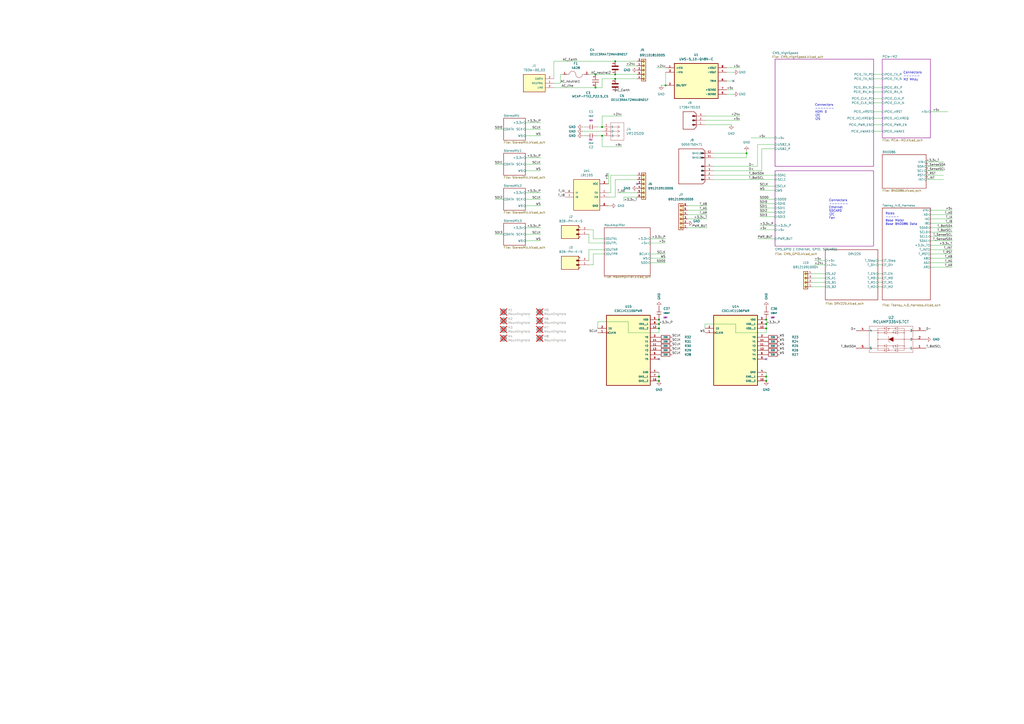
<source format=kicad_sch>
(kicad_sch (version 20250114) (generator "eeschema") (generator_version "9.0")
  (paper "A2")
  (title_block (title "N3-Base") (rev "1") (company "Maxwell Stoughton") (comment 1 "www.mtoughton.org"))
  (text "Connectors\n-------\nEthernet\nSDCARD\nI2C\nFan" (at 480.822 127.254 0) (effects (font (size 1.27 1.27)) (justify left bottom)))
  (text "Connectors\n------\nM2 MKey" (at 524.002 46.99 0) (effects (font (size 1.27 1.27)) (justify left bottom)))
  (text "Roles\n-----\nBase Motor\nBase BNO086 Data" (at 513.588 130.81 0) (effects (font (size 1.27 1.27)) (justify left bottom)))
  (text "Connectors\n-------\nHDMI 0\nI2C\nI2S" (at 472.694 69.85 0) (effects (font (size 1.27 1.27)) (justify left bottom)))
  (junction (at 345.44 43.18))
  (junction (at 356.87 43.18))
  (junction (at 382.27 185.42))
  (junction (at 382.27 187.96))
  (junction (at 382.27 220.98))
  (junction (at 382.27 190.5))
  (junction (at 382.27 218.44))
  (junction (at 444.5 190.5))
  (junction (at 444.5 220.98))
  (junction (at 356.87 45.72))
  (junction (at 444.5 218.44))
  (junction (at 349.25 73.66))
  (junction (at 433.07 88.9))
  (junction (at 386.08 49.53))
  (junction (at 356.87 35.56))
  (junction (at 444.5 185.42))
  (junction (at 444.5 187.96))
  (junction (at 349.25 78.74))
  (junction (at 345.44 50.8))
  (no_connect (at 382.27 208.28))
  (no_connect (at 425.45 46.99))
  (no_connect (at 369.57 106.68))
  (no_connect (at 444.5 208.28))
  (wire (pts (xy 408.94 72.39) (xy 424.18 72.39)))
  (wire (pts (xy 552.45 142.24) (xy 539.75 142.24)))
  (wire (pts (xy 341.63 43.18) (xy 345.44 43.18)))
  (wire (pts (xy 353.06 111.76) (xy 354.33 111.76)))
  (wire (pts (xy 429.26 39.37) (xy 421.64 39.37)))
  (wire (pts (xy 552.45 127) (xy 539.75 127)))
  (wire (pts (xy 444.5 215.9) (xy 444.5 218.44)))
  (wire (pts (xy 506.73 53.34) (xy 511.81 53.34)))
  (wire (pts (xy 369.57 101.6) (xy 354.33 101.6)))
  (wire (pts (xy 509.27 166.37) (xy 511.81 166.37)))
  (wire (pts (xy 344.17 133.35) (xy 344.17 138.43)))
  (wire (pts (xy 313.69 119.38) (xy 304.8 119.38)))
  (wire (pts (xy 383.54 49.53) (xy 386.08 49.53)))
  (wire (pts (xy 325.12 43.18) (xy 326.39 43.18)))
  (wire (pts (xy 386.08 140.97) (xy 377.19 140.97)))
  (wire (pts (xy 506.73 68.58) (xy 511.81 68.58)))
  (wire (pts (xy 287.02 135.89) (xy 292.1 135.89)))
  (wire (pts (xy 350.52 147.32) (xy 344.17 147.32)))
  (wire (pts (xy 313.69 91.44) (xy 304.8 91.44)))
  (wire (pts (xy 349.25 67.31) (xy 349.25 73.66)))
  (wire (pts (xy 369.57 104.14) (xy 356.87 104.14)))
  (wire (pts (xy 506.73 43.18) (xy 511.81 43.18)))
  (wire (pts (xy 440.69 110.49) (xy 449.58 110.49)))
  (wire (pts (xy 429.26 69.85) (xy 408.94 69.85)))
  (wire (pts (xy 382.27 190.5) (xy 382.27 193.04)))
  (wire (pts (xy 440.69 130.81) (xy 449.58 130.81)))
  (wire (pts (xy 337.82 73.66) (xy 339.09 73.66)))
  (wire (pts (xy 313.69 78.74) (xy 304.8 78.74)))
  (wire (pts (xy 425.45 52.07) (xy 421.64 52.07)))
  (wire (pts (xy 472.44 153.67) (xy 478.79 153.67)))
  (wire (pts (xy 449.58 86.36) (xy 441.96 86.36)))
  (wire (pts (xy 509.27 158.75) (xy 511.81 158.75)))
  (wire (pts (xy 440.69 120.65) (xy 449.58 120.65)))
  (wire (pts (xy 356.87 43.18) (xy 345.44 43.18)))
  (wire (pts (xy 361.95 114.3) (xy 369.57 114.3)))
  (wire (pts (xy 386.08 149.86) (xy 377.19 149.86)))
  (wire (pts (xy 537.21 93.98) (xy 547.37 93.98)))
  (wire (pts (xy 349.25 85.09) (xy 349.25 78.74)))
  (wire (pts (xy 344.17 153.67) (xy 341.63 153.67)))
  (wire (pts (xy 509.27 153.67) (xy 511.81 153.67)))
  (wire (pts (xy 552.45 154.94) (xy 539.75 154.94)))
  (wire (pts (xy 537.21 101.6) (xy 547.37 101.6)))
  (wire (pts (xy 353.06 119.38) (xy 354.33 119.38)))
  (wire (pts (xy 354.33 101.6) (xy 354.33 111.76)))
  (wire (pts (xy 552.45 149.86) (xy 539.75 149.86)))
  (wire (pts (xy 552.45 139.7) (xy 539.75 139.7)))
  (wire (pts (xy 449.58 83.82) (xy 439.42 83.82)))
  (wire (pts (xy 313.69 99.06) (xy 304.8 99.06)))
  (wire (pts (xy 410.21 124.46) (xy 398.78 124.46)))
  (wire (pts (xy 441.96 99.06) (xy 414.02 99.06)))
  (wire (pts (xy 349.25 45.72) (xy 356.87 45.72)))
  (wire (pts (xy 509.27 163.83) (xy 511.81 163.83)))
  (wire (pts (xy 350.52 140.97) (xy 341.63 140.97)))
  (wire (pts (xy 552.45 132.08) (xy 539.75 132.08)))
  (wire (pts (xy 313.69 111.76) (xy 304.8 111.76)))
  (wire (pts (xy 506.73 57.15) (xy 511.81 57.15)))
  (wire (pts (xy 313.69 95.25) (xy 304.8 95.25)))
  (wire (pts (xy 425.45 41.91) (xy 421.64 41.91)))
  (wire (pts (xy 321.31 35.56) (xy 356.87 35.56)))
  (wire (pts (xy 341.63 140.97) (xy 341.63 135.89)))
  (wire (pts (xy 439.42 138.43) (xy 449.58 138.43)))
  (wire (pts (xy 382.27 193.04) (xy 364.49 193.04)))
  (wire (pts (xy 539.75 124.46) (xy 552.45 124.46)))
  (wire (pts (xy 356.87 35.56) (xy 369.57 35.56)))
  (wire (pts (xy 444.5 218.44) (xy 444.5 220.98)))
  (wire (pts (xy 356.87 43.18) (xy 369.57 43.18)))
  (wire (pts (xy 287.02 115.57) (xy 292.1 115.57)))
  (wire (pts (xy 552.45 144.78) (xy 539.75 144.78)))
  (wire (pts (xy 426.72 187.96) (xy 426.72 193.04)))
  (wire (pts (xy 353.06 100.33) (xy 353.06 106.68)))
  (wire (pts (xy 313.69 115.57) (xy 304.8 115.57)))
  (wire (pts (xy 472.44 151.13) (xy 478.79 151.13)))
  (wire (pts (xy 440.69 123.19) (xy 449.58 123.19)))
  (wire (pts (xy 552.45 134.62) (xy 539.75 134.62)))
  (wire (pts (xy 506.73 50.8) (xy 511.81 50.8)))
  (wire (pts (xy 364.49 186.69) (xy 346.71 186.69)))
  (wire (pts (xy 358.14 111.76) (xy 369.57 111.76)))
  (wire (pts (xy 386.08 147.32) (xy 377.19 147.32)))
  (wire (pts (xy 440.69 125.73) (xy 449.58 125.73)))
  (wire (pts (xy 433.07 91.44) (xy 433.07 88.9)))
  (wire (pts (xy 382.27 185.42) (xy 382.27 187.96)))
  (wire (pts (xy 382.27 218.44) (xy 382.27 220.98)))
  (wire (pts (xy 360.68 85.09) (xy 349.25 85.09)))
  (wire (pts (xy 444.5 185.42) (xy 444.5 187.96)))
  (wire (pts (xy 414.02 88.9) (xy 433.07 88.9)))
  (wire (pts (xy 313.69 135.89) (xy 304.8 135.89)))
  (wire (pts (xy 506.73 64.77) (xy 511.81 64.77)))
  (wire (pts (xy 429.26 67.31) (xy 408.94 67.31)))
  (wire (pts (xy 425.45 54.61) (xy 421.64 54.61)))
  (wire (pts (xy 444.5 187.96) (xy 444.5 190.5)))
  (wire (pts (xy 410.21 119.38) (xy 398.78 119.38)))
  (wire (pts (xy 414.02 101.6) (xy 449.58 101.6)))
  (wire (pts (xy 325.12 43.18) (xy 325.12 48.26)))
  (wire (pts (xy 408.94 190.5) (xy 408.94 187.96)))
  (wire (pts (xy 539.75 64.77) (xy 549.91 64.77)))
  (wire (pts (xy 386.08 41.91) (xy 386.08 49.53)))
  (wire (pts (xy 433.07 87.63) (xy 433.07 88.9)))
  (wire (pts (xy 341.63 133.35) (xy 344.17 133.35)))
  (wire (pts (xy 439.42 83.82) (xy 439.42 96.52)))
  (wire (pts (xy 537.21 104.14) (xy 547.37 104.14)))
  (wire (pts (xy 441.96 86.36) (xy 441.96 99.06)))
  (wire (pts (xy 341.63 151.13) (xy 341.63 144.78)))
  (wire (pts (xy 341.63 144.78) (xy 350.52 144.78)))
  (wire (pts (xy 382.27 187.96) (xy 382.27 190.5)))
  (wire (pts (xy 287.02 74.93) (xy 292.1 74.93)))
  (wire (pts (xy 414.02 91.44) (xy 433.07 91.44)))
  (wire (pts (xy 506.73 72.39) (xy 511.81 72.39)))
  (wire (pts (xy 439.42 96.52) (xy 414.02 96.52)))
  (wire (pts (xy 410.21 127) (xy 398.78 127)))
  (wire (pts (xy 414.02 104.14) (xy 449.58 104.14)))
  (wire (pts (xy 425.45 46.99) (xy 421.64 46.99)))
  (wire (pts (xy 408.94 187.96) (xy 426.72 187.96)))
  (wire (pts (xy 506.73 59.69) (xy 511.81 59.69)))
  (wire (pts (xy 440.69 118.11) (xy 449.58 118.11)))
  (wire (pts (xy 537.21 96.52) (xy 547.37 96.52)))
  (wire (pts (xy 440.69 133.35) (xy 449.58 133.35)))
  (wire (pts (xy 346.71 73.66) (xy 349.25 73.66)))
  (wire (pts (xy 353.06 114.3) (xy 356.87 114.3)))
  (wire (pts (xy 325.12 48.26) (xy 321.31 48.26)))
  (wire (pts (xy 471.17 158.75) (xy 478.79 158.75)))
  (wire (pts (xy 356.87 104.14) (xy 356.87 114.3)))
  (wire (pts (xy 344.17 138.43) (xy 350.52 138.43)))
  (wire (pts (xy 321.31 45.72) (xy 321.31 35.56)))
  (wire (pts (xy 356.87 45.72) (xy 369.57 45.72)))
  (wire (pts (xy 313.69 74.93) (xy 304.8 74.93)))
  (wire (pts (xy 381 39.37) (xy 386.08 39.37)))
  (wire (pts (xy 337.82 78.74) (xy 339.09 78.74)))
  (wire (pts (xy 440.69 107.95) (xy 449.58 107.95)))
  (wire (pts (xy 552.45 121.92) (xy 539.75 121.92)))
  (wire (pts (xy 552.45 152.4) (xy 539.75 152.4)))
  (wire (pts (xy 386.08 152.4) (xy 377.19 152.4)))
  (wire (pts (xy 537.21 99.06) (xy 547.37 99.06)))
  (wire (pts (xy 349.25 50.8) (xy 349.25 45.72)))
  (wire (pts (xy 361.95 116.84) (xy 361.95 114.3)))
  (wire (pts (xy 344.17 147.32) (xy 344.17 153.67)))
  (wire (pts (xy 313.69 132.08) (xy 304.8 132.08)))
  (wire (pts (xy 509.27 161.29) (xy 511.81 161.29)))
  (wire (pts (xy 346.71 78.74) (xy 349.25 78.74)))
  (wire (pts (xy 435.61 80.01) (xy 449.58 80.01)))
  (wire (pts (xy 410.21 121.92) (xy 398.78 121.92)))
  (wire (pts (xy 552.45 129.54) (xy 539.75 129.54)))
  (wire (pts (xy 313.69 139.7) (xy 304.8 139.7)))
  (wire (pts (xy 426.72 193.04) (xy 444.5 193.04)))
  (wire (pts (xy 313.69 71.12) (xy 304.8 71.12)))
  (wire (pts (xy 471.17 166.37) (xy 478.79 166.37)))
  (wire (pts (xy 337.82 76.2) (xy 349.25 76.2)))
  (wire (pts (xy 360.68 67.31) (xy 349.25 67.31)))
  (wire (pts (xy 552.45 147.32) (xy 539.75 147.32)))
  (wire (pts (xy 363.22 38.1) (xy 369.57 38.1)))
  (wire (pts (xy 471.17 163.83) (xy 478.79 163.83)))
  (wire (pts (xy 440.69 115.57) (xy 449.58 115.57)))
  (wire (pts (xy 364.49 193.04) (xy 364.49 186.69)))
  (wire (pts (xy 321.31 50.8) (xy 345.44 50.8)))
  (wire (pts (xy 444.5 190.5) (xy 444.5 193.04)))
  (wire (pts (xy 287.02 95.25) (xy 292.1 95.25)))
  (wire (pts (xy 345.44 50.8) (xy 349.25 50.8)))
  (wire (pts (xy 506.73 45.72) (xy 511.81 45.72)))
  (wire (pts (xy 509.27 151.13) (xy 511.81 151.13)))
  (wire (pts (xy 410.21 132.08) (xy 398.78 132.08)))
  (wire (pts (xy 506.73 76.2) (xy 511.81 76.2)))
  (wire (pts (xy 552.45 137.16) (xy 539.75 137.16)))
  (wire (pts (xy 346.71 186.69) (xy 346.71 190.5)))
  (wire (pts (xy 471.17 161.29) (xy 478.79 161.29)))
  (wire (pts (xy 382.27 215.9) (xy 382.27 218.44)))
  (wire (pts (xy 386.08 138.43) (xy 377.19 138.43)))
  (label "SDO0" (at 386.08 152.4 180))
  (label "+3.3v_T" (at 552.45 142.24 180))
  (label "WS" (at 313.69 119.38 180))
  (label "T_IB" (at 327.66 114.3 180))
  (label "T_BotSCL" (at 552.45 134.62 180))
  (label "SDI0" (at 440.69 118.11 0))
  (label "SDO0" (at 440.69 115.57 0))
  (label "+3.3v_P" (at 386.08 138.43 180))
  (label "SDI1" (at 287.02 95.25 0))
  (label "+3.3v_P" (at 313.69 71.12 180))
  (label "T_AB" (at 410.21 119.38 180))
  (label "+3.3v_P" (at 382.27 187.96 0))
  (label "SCLK" (at 389.89 203.2 0))
  (label "SCLK" (at 346.71 193.04 180))
  (label "PWR_BUT" (at 439.42 138.43 0))
  (label "+3.3v_P" (at 313.69 111.76 180))
  (label "AC_Earth" (at 356.87 53.34 0))
  (label "T_IA" (at 327.66 111.76 180))
  (label "T_IB" (at 552.45 129.54 180))
  (label "T_BotSDA" (at 434.34 101.6 0))
  (label "T_RST" (at 537.21 101.6 0))
  (label "T_AR" (at 552.45 154.94 180))
  (label "AC_neutral2" (at 342.9 43.18 0))
  (label "SCLK" (at 389.89 195.58 0))
  (label "SDI3" (at 440.69 125.73 0))
  (label "SCLK" (at 389.89 205.74 0))
  (label "SCLK" (at 389.89 198.12 0))
  (label "SDI2" (at 440.69 123.19 0))
  (label "SDI1" (at 440.69 120.65 0))
  (label "AC_neutral1" (at 325.12 48.26 0))
  (label "+5v" (at 541.02 64.77 0))
  (label "D-" (at 537.21 191.77 0))
  (label "WS" (at 386.08 149.86 180))
  (label "+5v" (at 440.69 133.35 0))
  (label "+5v" (at 440.055 80.01 0))
  (label "SDI3" (at 287.02 135.89 0))
  (label "D+" (at 434.34 99.06 0))
  (label "T_AB" (at 552.45 149.86 180))
  (label "T_A0" (at 358.14 111.76 0))
  (label "SDI2" (at 287.02 115.57 0))
  (label "WS" (at 452.12 203.2 0))
  (label "T_INT" (at 552.45 144.78 180))
  (label "+3.3v_P" (at 313.69 132.08 180))
  (label "WS" (at 452.12 205.74 0))
  (label "+24v" (at 363.22 38.1 0))
  (label "SDI0" (at 287.02 74.93 0))
  (label "+3.3v_T" (at 537.21 93.98 0))
  (label "T_BotSCL" (at 434.34 104.14 0))
  (label "AC_Earth" (at 326.39 35.56 0))
  (label "+24v" (at 381 39.37 0))
  (label "WS" (at 452.12 200.66 0))
  (label "+3.3v_P" (at 313.69 91.44 180))
  (label "AC_line" (at 332.74 50.8 180))
  (label "SCLK" (at 440.69 107.95 0))
  (label "+3.3v_T" (at 410.21 127 180))
  (label "WS" (at 452.12 198.12 0))
  (label "+5v" (at 429.26 39.37 180))
  (label "+5v" (at 425.45 52.07 180))
  (label "D+" (at 496.57 191.77 180))
  (label "PWR_BUT" (at 410.21 132.08 180))
  (label "SCLK" (at 313.69 115.57 180))
  (label "+5v" (at 552.45 121.92 180))
  (label "+3.3v_P" (at 440.69 130.81 0))
  (label "T_INT" (at 537.21 104.14 0))
  (label "T_SenseSDA" (at 537.21 96.52 0))
  (label "T_AR" (at 410.21 124.46 180))
  (label "WS" (at 440.69 110.49 0))
  (label "D-" (at 434.34 96.52 0))
  (label "+3.3v_T" (at 361.95 116.84 0))
  (label "SCLK" (at 313.69 95.25 180))
  (label "+5v" (at 472.44 151.13 0))
  (label "+24v" (at 429.26 67.31 180))
  (label "T_SenseSDA" (at 552.45 139.7 180))
  (label "+9v" (at 360.68 85.09 180))
  (label "WS" (at 408.94 193.04 180))
  (label "WS" (at 313.69 78.74 180))
  (label "T_AG" (at 552.45 152.4 180))
  (label "+3.3v_P" (at 444.5 187.96 0))
  (label "SCLK" (at 313.69 74.93 180))
  (label "+5v" (at 429.26 69.85 180))
  (label "+24v" (at 472.44 153.67 0))
  (label "SCLK" (at 389.89 200.66 0))
  (label "T_A0" (at 552.45 124.46 180))
  (label "T_BotSCL" (at 537.21 201.93 0))
  (label "WS" (at 313.69 99.06 180))
  (label "WS" (at 452.12 195.58 0))
  (label "SCLK" (at 386.08 147.32 180))
  (label "T_SenseSCL" (at 552.45 137.16 180))
  (label "T_BotSDA" (at 552.45 132.08 180))
  (label "+9v" (at 353.06 100.33 270))
  (label "T_RST" (at 552.45 147.32 180))
  (label "T_SenseSCL" (at 537.21 99.06 0))
  (label "+5v" (at 386.08 140.97 180))
  (label "SCLK" (at 313.69 135.89 180))
  (label "T_BotSDA" (at 496.57 201.93 180))
  (label "T_IA" (at 552.45 127 180))
  (label "WS" (at 313.69 139.7 180))
  (label "T_AG" (at 410.21 121.92 180))
  (label "+24v" (at 360.68 67.31 180))
  (symbol (lib_id "Mechanical:MountingHole") (at 292.1 196.215 0) (unit 1) (exclude_from_sim yes) (in_bom no) (dnp yes)
    (property "Reference" "H4" (at 294.64 195.072 0) (effects (justify left)))
    (property "Value" "MountingHole" (at 294.64 197.358 0) (effects (justify left)))
    (property "Footprint" "CM5IO:MountingHole_2.7mm_M2.5_DIN965" (effects (hide yes)))
    (property "Field4" "nf" (effects (hide yes)))
    (property "Field5" "nf" (effects (hide yes)))
    (property "Field6" "nf" (effects (hide yes)))
    (property "Field7" "nf" (effects (hide yes)))
    (property "Part Description" "M2.5 mounting hole" (effects (hide yes)))
  )
  (symbol (lib_id "Mechanical:MountingHole") (at 292.1 191.135 0) (unit 1) (exclude_from_sim yes) (in_bom no) (dnp yes)
    (property "Reference" "H3" (at 294.64 189.992 0) (effects (justify left)))
    (property "Value" "MountingHole" (at 294.64 192.278 0) (effects (justify left)))
    (property "Footprint" "CM5IO:MountingHole_2.7mm_M2.5_DIN965" (effects (hide yes)))
    (property "Field4" "nf" (effects (hide yes)))
    (property "Field5" "nf" (effects (hide yes)))
    (property "Field6" "nf" (effects (hide yes)))
    (property "Field7" "nf" (effects (hide yes)))
    (property "Part Description" "M2.5 mounting hole" (effects (hide yes)))
  )
  (symbol (lib_id "Mechanical:MountingHole") (at 292.1 186.055 0) (unit 1) (exclude_from_sim yes) (in_bom no) (dnp yes)
    (property "Reference" "H2" (at 294.64 184.912 0) (effects (justify left)))
    (property "Value" "MountingHole" (at 294.64 187.198 0) (effects (justify left)))
    (property "Footprint" "CM5IO:MountingHole_2.7mm_M2.5_DIN965" (effects (hide yes)))
    (property "Field4" "nf" (effects (hide yes)))
    (property "Field5" "nf" (effects (hide yes)))
    (property "Field6" "nf" (effects (hide yes)))
    (property "Field7" "nf" (effects (hide yes)))
    (property "Part Description" "M2.5 mounting hole" (effects (hide yes)))
  )
  (symbol (lib_id "Mechanical:MountingHole") (at 292.1 180.975 0) (unit 1) (exclude_from_sim yes) (in_bom no) (dnp yes)
    (property "Reference" "H1" (at 294.64 179.832 0) (effects (justify left)))
    (property "Value" "MountingHole" (at 294.64 182.118 0) (effects (justify left)))
    (property "Footprint" "CM5IO:MountingHole_2.7mm_M2.5_DIN965" (effects (hide yes)))
    (property "Field4" "nf" (effects (hide yes)))
    (property "Field5" "nf" (effects (hide yes)))
    (property "Field6" "nf" (effects (hide yes)))
    (property "Field7" "nf" (effects (hide yes)))
    (property "Part Description" "M2.5 mounting hole" (effects (hide yes)))
  )
  (symbol (lib_id "Mechanical:MountingHole") (at 313.055 180.975 0) (unit 1) (exclude_from_sim yes) (in_bom no) (dnp yes)
    (property "Reference" "H5" (at 315.595 179.832 0) (effects (justify left)))
    (property "Value" "MountingHole" (at 315.595 182.118 0) (effects (justify left)))
    (property "Footprint" "CM5IO:MountingHole_2.7mm_M2.5_DIN965" (effects (hide yes)))
    (property "Field4" "nf" (effects (hide yes)))
    (property "Field5" "nf" (effects (hide yes)))
    (property "Field6" "nf" (effects (hide yes)))
    (property "Field7" "nf" (effects (hide yes)))
    (property "Part Description" "M2.5 mounting hole" (effects (hide yes)))
  )
  (symbol (lib_id "Mechanical:MountingHole") (at 313.055 196.215 0) (unit 1) (exclude_from_sim yes) (in_bom no) (dnp yes)
    (property "Reference" "H8" (at 315.595 195.072 0) (effects (justify left)))
    (property "Value" "MountingHole" (at 315.595 197.358 0) (effects (justify left)))
    (property "Footprint" "CM5IO:MountingHole_2.7mm_M2.5_DIN965" (effects (hide yes)))
    (property "Field4" "nf" (effects (hide yes)))
    (property "Field5" "nf" (effects (hide yes)))
    (property "Field6" "nf" (effects (hide yes)))
    (property "Field7" "nf" (effects (hide yes)))
    (property "Part Description" "M2.5 mounting hole" (effects (hide yes)))
  )
  (symbol (lib_id "Mechanical:MountingHole") (at 313.055 191.135 0) (unit 1) (exclude_from_sim yes) (in_bom no) (dnp yes)
    (property "Reference" "H7" (at 315.595 189.992 0) (effects (justify left)))
    (property "Value" "MountingHole" (at 315.595 192.278 0) (effects (justify left)))
    (property "Footprint" "CM5IO:MountingHole_2.7mm_M2.5_DIN965" (effects (hide yes)))
    (property "Field4" "nf" (effects (hide yes)))
    (property "Field5" "nf" (effects (hide yes)))
    (property "Field6" "nf" (effects (hide yes)))
    (property "Field7" "nf" (effects (hide yes)))
    (property "Part Description" "M2.5 mounting hole" (effects (hide yes)))
  )
  (symbol (lib_id "Mechanical:MountingHole") (at 313.055 186.055 0) (unit 1) (exclude_from_sim yes) (in_bom no) (dnp yes)
    (property "Reference" "H6" (at 315.595 184.912 0) (effects (justify left)))
    (property "Value" "MountingHole" (at 315.595 187.198 0) (effects (justify left)))
    (property "Footprint" "CM5IO:MountingHole_2.7mm_M2.5_DIN965" (effects (hide yes)))
    (property "Field4" "nf" (effects (hide yes)))
    (property "Field5" "nf" (effects (hide yes)))
    (property "Field6" "nf" (effects (hide yes)))
    (property "Field7" "nf" (effects (hide yes)))
    (property "Part Description" "M2.5 mounting hole" (effects (hide yes)))
  )
  (symbol (lib_id "PCM_JLCPCB-Resistors:0402,33Ω") (at 386.08 198.12 90) (unit 1)
    (property "Reference" "R31" (at 399.034 198.12 90))
    (property "Value" "33Ω" (at 386.08 198.12 90) (effects (font (size 0.8 0.8))))
    (property "Footprint" "PCM_JLCPCB:R_0402" (effects (hide yes)))
    (property "Datasheet" "https://www.lcsc.com/datasheet/lcsc_datasheet_2205311900_UNI-ROYAL-Uniroyal-Elec-0402WGF330JTCE_C25105.pdf" (effects (hide yes)))
    (property "Description" "62.5mW Thick Film Resistors 50V ±100ppm/°C ±1% 33Ω 0402 Chip Resistor - Surface Mount ROHS" (effects (hide yes)))
    (property "LCSC" "C25105" (effects (hide yes)))
    (property "Stock" "2675719" (effects (hide yes)))
    (property "Price" "0.004USD" (effects (hide yes)))
    (property "Process" "SMT" (effects (hide yes)))
    (property "Minimum Qty" "20" (effects (hide yes)))
    (property "Attrition Qty" "10" (effects (hide yes)))
    (property "Class" "Basic Component" (effects (hide yes)))
    (property "Category" "Resistors,Chip Resistor - Surface Mount" (effects (hide yes)))
    (property "Manufacturer" "UNI-ROYAL(Uniroyal Elec)" (effects (hide yes)))
    (property "Part" "0402WGF330JTCE" (effects (hide yes)))
    (property "Resistance" "33Ω" (effects (hide yes)))
    (property "Power(Watts)" "62.5mW" (effects (hide yes)))
    (property "Type" "Thick Film Resistors" (effects (hide yes)))
    (property "Overload Voltage (Max)" "50V" (effects (hide yes)))
    (property "Operating Temperature Range" "-55°C~+155°C" (effects (hide yes)))
    (property "Tolerance" "±1%" (effects (hide yes)))
    (property "Temperature Coefficient" "±100ppm/°C" (effects (hide yes)))
  )
  (symbol (lib_id "PCM_JLCPCB-Capacitors:0402,100nF") (at 382.27 181.61 0) (unit 1)
    (property "Reference" "C37" (at 384.81 179.0699 0) (effects (justify left)))
    (property "Value" "100nF" (at 384.81 181.61 0) (effects (font (size 0.8 0.8)) (justify left)))
    (property "Footprint" "PCM_JLCPCB:C_0402" (effects (hide yes)))
    (property "Datasheet" "https://www.lcsc.com/datasheet/lcsc_datasheet_2304140030_Samsung-Electro-Mechanics-CL05B104KO5NNNC_C1525.pdf" (effects (hide yes)))
    (property "Description" "16V 100nF X7R ±10% 0402 Multilayer Ceramic Capacitors MLCC - SMD/SMT ROHS" (effects (hide yes)))
    (property "LCSC" "C1525" (effects (hide yes)))
    (property "Stock" "17143248" (effects (hide yes)))
    (property "Price" "0.004USD" (effects (hide yes)))
    (property "Process" "SMT" (effects (hide yes)))
    (property "Minimum Qty" "20" (effects (hide yes)))
    (property "Attrition Qty" "10" (effects (hide yes)))
    (property "Class" "Basic Component" (effects (hide yes)))
    (property "Category" "Capacitors,Multilayer Ceramic Capacitors MLCC - SMD/SMT" (effects (hide yes)))
    (property "Manufacturer" "Samsung Electro-Mechanics" (effects (hide yes)))
    (property "Part" "CL05B104KO5NNNC" (effects (hide yes)))
    (property "Voltage Rated" "16V" (at 384.81 184.15 0) (effects (font (size 0.8 0.8)) (justify left)))
    (property "Tolerance" "±10%" (effects (hide yes)))
    (property "Capacitance" "100nF" (effects (hide yes)))
    (property "Temperature Coefficient" "X7R" (effects (hide yes)))
  )
  (symbol (lib_id "DE1E3RA472MA4BN01F:DE1E3RA472MA4BN01F") (at 356.87 40.64 90) (unit 1)
    (property "Reference" "C4" (at 342.138 28.956 90) (effects (justify right)))
    (property "Value" "DE1E3RA472MA4BN01F" (at 342.138 31.496 90) (effects (justify right)))
    (property "Footprint" "Custom Components:CAP_DE1E3RA472MA4BN01F" (effects (hide yes)))
    (property "STANDARD" "IPC-7351B" (effects (hide yes)))
    (property "MAXIMUM_PACKAGE_HEIGHT" "17.0mm" (effects (hide yes)))
    (property "MANUFACTURER" "Murata" (effects (hide yes)))
  )
  (symbol (lib_id "power:GND") (at 444.5 177.8 180) (unit 1)
    (property "Reference" "#PWR098" (effects (hide yes)))
    (property "Value" "GND" (at 444.5001 173.99 90) (effects (justify right)))
    (property "Description" "Power symbol creates a global label with name \"GND\" , ground" (effects (hide yes)))
  )
  (symbol (lib_id "1726470103:1726470103") (at 403.86 69.85 180) (unit 1)
    (property "Reference" "J9" (at 400.05 59.69 0))
    (property "Value" "1726470103" (at 400.05 62.23 0))
    (property "Footprint" "Custom Components:MOLEX_1726470103" (effects (hide yes)))
    (property "PARTREV" "A2" (effects (hide yes)))
    (property "STANDARD" "Manufacturer Recommendations" (effects (hide yes)))
    (property "MAXIMUM_PACKAGE_HEIGHT" "12.50mm" (effects (hide yes)))
    (property "MANUFACTURER" "Molex" (effects (hide yes)))
  )
  (symbol (lib_id "B2B-PH-K-S:B2B-PH-K-S") (at 331.47 133.35 180) (unit 1)
    (property "Reference" "J2" (at 331.0731 125.73 0))
    (property "Value" "B2B-PH-K-S" (at 331.0731 128.27 0))
    (property "Footprint" "Custom Components:JST_B2B-PH-K-S" (effects (hide yes)))
    (property "MANUFACTURER" "JST" (effects (hide yes)))
  )
  (symbol (lib_id "PCM_JLCPCB-Capacitors:0402,100nF") (at 444.5 181.61 0) (unit 1)
    (property "Reference" "C36" (at 447.04 179.0699 0) (effects (justify left)))
    (property "Value" "100nF" (at 447.04 181.61 0) (effects (font (size 0.8 0.8)) (justify left)))
    (property "Footprint" "PCM_JLCPCB:C_0402" (effects (hide yes)))
    (property "Datasheet" "https://www.lcsc.com/datasheet/lcsc_datasheet_2304140030_Samsung-Electro-Mechanics-CL05B104KO5NNNC_C1525.pdf" (effects (hide yes)))
    (property "Description" "16V 100nF X7R ±10% 0402 Multilayer Ceramic Capacitors MLCC - SMD/SMT ROHS" (effects (hide yes)))
    (property "LCSC" "C1525" (effects (hide yes)))
    (property "Stock" "17143248" (effects (hide yes)))
    (property "Price" "0.004USD" (effects (hide yes)))
    (property "Process" "SMT" (effects (hide yes)))
    (property "Minimum Qty" "20" (effects (hide yes)))
    (property "Attrition Qty" "10" (effects (hide yes)))
    (property "Class" "Basic Component" (effects (hide yes)))
    (property "Category" "Capacitors,Multilayer Ceramic Capacitors MLCC - SMD/SMT" (effects (hide yes)))
    (property "Manufacturer" "Samsung Electro-Mechanics" (effects (hide yes)))
    (property "Part" "CL05B104KO5NNNC" (effects (hide yes)))
    (property "Voltage Rated" "16V" (at 447.04 184.15 0) (effects (font (size 0.8 0.8)) (justify left)))
    (property "Tolerance" "±10%" (effects (hide yes)))
    (property "Capacitance" "100nF" (effects (hide yes)))
    (property "Temperature Coefficient" "X7R" (effects (hide yes)))
  )
  (symbol (lib_id "PCM_JLCPCB-Capacitors:0805,22uF") (at 342.9 78.74 270) (unit 1)
    (property "Reference" "C2" (at 342.9 85.344 90))
    (property "Value" "22uF" (at 342.9 83.058 90) (effects (font (size 0.8 0.8))))
    (property "Footprint" "PCM_JLCPCB:C_0805" (effects (hide yes)))
    (property "Datasheet" "https://www.lcsc.com/datasheet/lcsc_datasheet_2304140030_Samsung-Electro-Mechanics-CL21A226MAQNNNE_C45783.pdf" (effects (hide yes)))
    (property "Description" "25V 22uF X5R ±20% 0805 Multilayer Ceramic Capacitors MLCC - SMD/SMT ROHS" (effects (hide yes)))
    (property "LCSC" "C45783" (effects (hide yes)))
    (property "Stock" "1765993" (effects (hide yes)))
    (property "Price" "0.029USD" (effects (hide yes)))
    (property "Process" "SMT" (effects (hide yes)))
    (property "Minimum Qty" "20" (effects (hide yes)))
    (property "Attrition Qty" "8" (effects (hide yes)))
    (property "Class" "Basic Component" (effects (hide yes)))
    (property "Category" "Capacitors,Multilayer Ceramic Capacitors MLCC - SMD/SMT" (effects (hide yes)))
    (property "Manufacturer" "Samsung Electro-Mechanics" (effects (hide yes)))
    (property "Part" "CL21A226MAQNNNE" (effects (hide yes)))
    (property "Voltage Rated" "25V" (at 342.646 81.026 90) (effects (font (size 0.8 0.8))))
    (property "Tolerance" "±20%" (effects (hide yes)))
    (property "Capacitance" "22uF" (effects (hide yes)))
    (property "Temperature Coefficient" "X5R" (effects (hide yes)))
  )
  (symbol (lib_id "power:GND") (at 337.82 78.74 270) (unit 1)
    (property "Reference" "#PWR03" (effects (hide yes)))
    (property "Value" "GND" (at 334.01 78.7399 90) (effects (justify right)))
    (property "Description" "Power symbol creates a global label with name \"GND\" , ground" (effects (hide yes)))
  )
  (symbol (lib_id "PCM_JLCPCB-Resistors:0402,33Ω") (at 448.31 205.74 90) (unit 1)
    (property "Reference" "R27" (at 461.264 205.74 90))
    (property "Value" "33Ω" (at 448.31 205.74 90) (effects (font (size 0.8 0.8))))
    (property "Footprint" "PCM_JLCPCB:R_0402" (effects (hide yes)))
    (property "Datasheet" "https://www.lcsc.com/datasheet/lcsc_datasheet_2205311900_UNI-ROYAL-Uniroyal-Elec-0402WGF330JTCE_C25105.pdf" (effects (hide yes)))
    (property "Description" "62.5mW Thick Film Resistors 50V ±100ppm/°C ±1% 33Ω 0402 Chip Resistor - Surface Mount ROHS" (effects (hide yes)))
    (property "LCSC" "C25105" (effects (hide yes)))
    (property "Stock" "2675719" (effects (hide yes)))
    (property "Price" "0.004USD" (effects (hide yes)))
    (property "Process" "SMT" (effects (hide yes)))
    (property "Minimum Qty" "20" (effects (hide yes)))
    (property "Attrition Qty" "10" (effects (hide yes)))
    (property "Class" "Basic Component" (effects (hide yes)))
    (property "Category" "Resistors,Chip Resistor - Surface Mount" (effects (hide yes)))
    (property "Manufacturer" "UNI-ROYAL(Uniroyal Elec)" (effects (hide yes)))
    (property "Part" "0402WGF330JTCE" (effects (hide yes)))
    (property "Resistance" "33Ω" (effects (hide yes)))
    (property "Power(Watts)" "62.5mW" (effects (hide yes)))
    (property "Type" "Thick Film Resistors" (effects (hide yes)))
    (property "Overload Voltage (Max)" "50V" (effects (hide yes)))
    (property "Operating Temperature Range" "-55°C~+155°C" (effects (hide yes)))
    (property "Tolerance" "±1%" (effects (hide yes)))
    (property "Temperature Coefficient" "±100ppm/°C" (effects (hide yes)))
  )
  (symbol (lib_id "PCM_JLCPCB-Resistors:0402,33Ω") (at 448.31 200.66 90) (unit 1)
    (property "Reference" "R25" (at 461.264 200.66 90))
    (property "Value" "33Ω" (at 448.31 200.66 90) (effects (font (size 0.8 0.8))))
    (property "Footprint" "PCM_JLCPCB:R_0402" (effects (hide yes)))
    (property "Datasheet" "https://www.lcsc.com/datasheet/lcsc_datasheet_2205311900_UNI-ROYAL-Uniroyal-Elec-0402WGF330JTCE_C25105.pdf" (effects (hide yes)))
    (property "Description" "62.5mW Thick Film Resistors 50V ±100ppm/°C ±1% 33Ω 0402 Chip Resistor - Surface Mount ROHS" (effects (hide yes)))
    (property "LCSC" "C25105" (effects (hide yes)))
    (property "Stock" "2675719" (effects (hide yes)))
    (property "Price" "0.004USD" (effects (hide yes)))
    (property "Process" "SMT" (effects (hide yes)))
    (property "Minimum Qty" "20" (effects (hide yes)))
    (property "Attrition Qty" "10" (effects (hide yes)))
    (property "Class" "Basic Component" (effects (hide yes)))
    (property "Category" "Resistors,Chip Resistor - Surface Mount" (effects (hide yes)))
    (property "Manufacturer" "UNI-ROYAL(Uniroyal Elec)" (effects (hide yes)))
    (property "Part" "0402WGF330JTCE" (effects (hide yes)))
    (property "Resistance" "33Ω" (effects (hide yes)))
    (property "Power(Watts)" "62.5mW" (effects (hide yes)))
    (property "Type" "Thick Film Resistors" (effects (hide yes)))
    (property "Overload Voltage (Max)" "50V" (effects (hide yes)))
    (property "Operating Temperature Range" "-55°C~+155°C" (effects (hide yes)))
    (property "Tolerance" "±1%" (effects (hide yes)))
    (property "Temperature Coefficient" "±100ppm/°C" (effects (hide yes)))
  )
  (symbol (lib_id "power:GND") (at 369.57 109.22 270) (unit 1)
    (property "Reference" "#PWR06" (effects (hide yes)))
    (property "Value" "GND" (at 365.76 109.2199 90) (effects (justify right)))
    (property "Description" "Power symbol creates a global label with name \"GND\" , ground" (effects (hide yes)))
  )
  (symbol (lib_id "power:GND") (at 433.07 87.63 180) (unit 1)
    (property "Reference" "#PWR012" (effects (hide yes)))
    (property "Value" "GND" (at 433.07 82.55 0))
    (property "Description" "Power symbol creates a global label with name \"GND\" , ground" (effects (hide yes)))
  )
  (symbol (lib_id "power:GND") (at 382.27 220.98 0) (unit 1)
    (property "Reference" "#PWR099" (effects (hide yes)))
    (property "Value" "GND" (at 382.27 226.06 0))
    (property "Description" "Power symbol creates a global label with name \"GND\" , ground" (effects (hide yes)))
  )
  (symbol (lib_id "691210910004:691210910004") (at 466.09 161.29 90) (unit 1)
    (property "Reference" "J10" (at 467.36 152.4 90))
    (property "Value" "691210910004" (at 467.36 154.94 90))
    (property "Footprint" "Custom Components:691210910004" (effects (hide yes)))
  )
  (symbol (lib_id "PCM_JLCPCB-Resistors:0402,33Ω") (at 448.31 203.2 90) (unit 1)
    (property "Reference" "R26" (at 461.264 203.2 90))
    (property "Value" "33Ω" (at 448.31 203.2 90) (effects (font (size 0.8 0.8))))
    (property "Footprint" "PCM_JLCPCB:R_0402" (effects (hide yes)))
    (property "Datasheet" "https://www.lcsc.com/datasheet/lcsc_datasheet_2205311900_UNI-ROYAL-Uniroyal-Elec-0402WGF330JTCE_C25105.pdf" (effects (hide yes)))
    (property "Description" "62.5mW Thick Film Resistors 50V ±100ppm/°C ±1% 33Ω 0402 Chip Resistor - Surface Mount ROHS" (effects (hide yes)))
    (property "LCSC" "C25105" (effects (hide yes)))
    (property "Stock" "2675719" (effects (hide yes)))
    (property "Price" "0.004USD" (effects (hide yes)))
    (property "Process" "SMT" (effects (hide yes)))
    (property "Minimum Qty" "20" (effects (hide yes)))
    (property "Attrition Qty" "10" (effects (hide yes)))
    (property "Class" "Basic Component" (effects (hide yes)))
    (property "Category" "Resistors,Chip Resistor - Surface Mount" (effects (hide yes)))
    (property "Manufacturer" "UNI-ROYAL(Uniroyal Elec)" (effects (hide yes)))
    (property "Part" "0402WGF330JTCE" (effects (hide yes)))
    (property "Resistance" "33Ω" (effects (hide yes)))
    (property "Power(Watts)" "62.5mW" (effects (hide yes)))
    (property "Type" "Thick Film Resistors" (effects (hide yes)))
    (property "Overload Voltage (Max)" "50V" (effects (hide yes)))
    (property "Operating Temperature Range" "-55°C~+155°C" (effects (hide yes)))
    (property "Tolerance" "±1%" (effects (hide yes)))
    (property "Temperature Coefficient" "±100ppm/°C" (effects (hide yes)))
  )
  (symbol (lib_id "power:GND") (at 424.18 72.39 0) (unit 1)
    (property "Reference" "#PWR09" (effects (hide yes)))
    (property "Value" "GND" (at 424.18 77.47 0))
    (property "Description" "Power symbol creates a global label with name \"GND\" , ground" (effects (hide yes)))
  )
  (symbol (lib_id "PCM_JLCPCB-Resistors:0402,33Ω") (at 386.08 195.58 90) (unit 1)
    (property "Reference" "R32" (at 399.034 195.58 90))
    (property "Value" "33Ω" (at 386.08 195.58 90) (effects (font (size 0.8 0.8))))
    (property "Footprint" "PCM_JLCPCB:R_0402" (effects (hide yes)))
    (property "Datasheet" "https://www.lcsc.com/datasheet/lcsc_datasheet_2205311900_UNI-ROYAL-Uniroyal-Elec-0402WGF330JTCE_C25105.pdf" (effects (hide yes)))
    (property "Description" "62.5mW Thick Film Resistors 50V ±100ppm/°C ±1% 33Ω 0402 Chip Resistor - Surface Mount ROHS" (effects (hide yes)))
    (property "LCSC" "C25105" (effects (hide yes)))
    (property "Stock" "2675719" (effects (hide yes)))
    (property "Price" "0.004USD" (effects (hide yes)))
    (property "Process" "SMT" (effects (hide yes)))
    (property "Minimum Qty" "20" (effects (hide yes)))
    (property "Attrition Qty" "10" (effects (hide yes)))
    (property "Class" "Basic Component" (effects (hide yes)))
    (property "Category" "Resistors,Chip Resistor - Surface Mount" (effects (hide yes)))
    (property "Manufacturer" "UNI-ROYAL(Uniroyal Elec)" (effects (hide yes)))
    (property "Part" "0402WGF330JTCE" (effects (hide yes)))
    (property "Resistance" "33Ω" (effects (hide yes)))
    (property "Power(Watts)" "62.5mW" (effects (hide yes)))
    (property "Type" "Thick Film Resistors" (effects (hide yes)))
    (property "Overload Voltage (Max)" "50V" (effects (hide yes)))
    (property "Operating Temperature Range" "-55°C~+155°C" (effects (hide yes)))
    (property "Tolerance" "±1%" (effects (hide yes)))
    (property "Temperature Coefficient" "±100ppm/°C" (effects (hide yes)))
  )
  (symbol (lib_id "UWS-5_10-Q48N-C:UWS-5_10-Q48N-C") (at 403.86 46.99 0) (unit 1)
    (property "Reference" "U1" (at 403.86 31.75 0))
    (property "Value" "UWS-5_10-Q48N-C" (at 403.86 34.29 0))
    (property "Footprint" "Custom Components:VREG_UWS-5_10-Q48N-C" (effects (hide yes)))
    (property "STANDARD" "Manufacturer Recommendations" (effects (hide yes)))
    (property "MANUFACTURER" "muRata" (effects (hide yes)))
  )
  (symbol (lib_id "PCM_JLCPCB-Resistors:0402,33Ω") (at 386.08 205.74 90) (unit 1)
    (property "Reference" "R28" (at 399.034 205.74 90))
    (property "Value" "33Ω" (at 386.08 205.74 90) (effects (font (size 0.8 0.8))))
    (property "Footprint" "PCM_JLCPCB:R_0402" (effects (hide yes)))
    (property "Datasheet" "https://www.lcsc.com/datasheet/lcsc_datasheet_2205311900_UNI-ROYAL-Uniroyal-Elec-0402WGF330JTCE_C25105.pdf" (effects (hide yes)))
    (property "Description" "62.5mW Thick Film Resistors 50V ±100ppm/°C ±1% 33Ω 0402 Chip Resistor - Surface Mount ROHS" (effects (hide yes)))
    (property "LCSC" "C25105" (effects (hide yes)))
    (property "Stock" "2675719" (effects (hide yes)))
    (property "Price" "0.004USD" (effects (hide yes)))
    (property "Process" "SMT" (effects (hide yes)))
    (property "Minimum Qty" "20" (effects (hide yes)))
    (property "Attrition Qty" "10" (effects (hide yes)))
    (property "Class" "Basic Component" (effects (hide yes)))
    (property "Category" "Resistors,Chip Resistor - Surface Mount" (effects (hide yes)))
    (property "Manufacturer" "UNI-ROYAL(Uniroyal Elec)" (effects (hide yes)))
    (property "Part" "0402WGF330JTCE" (effects (hide yes)))
    (property "Resistance" "33Ω" (effects (hide yes)))
    (property "Power(Watts)" "62.5mW" (effects (hide yes)))
    (property "Type" "Thick Film Resistors" (effects (hide yes)))
    (property "Overload Voltage (Max)" "50V" (effects (hide yes)))
    (property "Operating Temperature Range" "-55°C~+155°C" (effects (hide yes)))
    (property "Tolerance" "±1%" (effects (hide yes)))
    (property "Temperature Coefficient" "±100ppm/°C" (effects (hide yes)))
  )
  (symbol (lib_id "CDCLVC1106PWR:CDCLVC1106PWR") (at 426.72 198.12 0) (unit 1)
    (property "Reference" "U14" (at 426.72 177.8 0))
    (property "Value" "CDCLVC1106PWR" (at 426.72 180.34 0))
    (property "Footprint" "Custom Components:SOP65P640X120-14N" (effects (hide yes)))
  )
  (symbol (lib_id "power:GND") (at 425.45 41.91 90) (unit 1)
    (property "Reference" "#PWR010" (effects (hide yes)))
    (property "Value" "GND" (at 428.498 41.91 90) (effects (justify right)))
    (property "Description" "Power symbol creates a global label with name \"GND\" , ground" (effects (hide yes)))
  )
  (symbol (lib_id "power:GND") (at 444.5 220.98 0) (unit 1)
    (property "Reference" "#PWR0100" (effects (hide yes)))
    (property "Value" "GND" (at 444.5 226.06 0))
    (property "Description" "Power symbol creates a global label with name \"GND\" , ground" (effects (hide yes)))
  )
  (symbol (lib_id "691210910006:691210910006") (at 393.7 124.46 90) (unit 1)
    (property "Reference" "J7" (at 394.97 113.03 90))
    (property "Value" "691210910006" (at 394.97 115.57 90))
    (property "Footprint" "Custom Components:691210910006" (effects (hide yes)))
  )
  (symbol (lib_id "power:GND") (at 383.54 49.53 0) (unit 1)
    (property "Reference" "#PWR07" (effects (hide yes)))
    (property "Value" "GND" (at 383.54 54.61 0))
    (property "Description" "Power symbol creates a global label with name \"GND\" , ground" (effects (hide yes)))
  )
  (symbol (lib_id "CDCLVC1106PWR:CDCLVC1106PWR") (at 364.49 198.12 0) (unit 1)
    (property "Reference" "U15" (at 364.49 177.8 0))
    (property "Value" "CDCLVC1106PWR" (at 364.49 180.34 0))
    (property "Footprint" "Custom Components:SOP65P640X120-14N" (effects (hide yes)))
  )
  (symbol (lib_id "B2B-PH-K-S:B2B-PH-K-S") (at 331.47 151.13 180) (unit 1)
    (property "Reference" "J3" (at 331.0731 143.51 0))
    (property "Value" "B2B-PH-K-S" (at 331.0731 146.05 0))
    (property "Footprint" "Custom Components:JST_B2B-PH-K-S" (effects (hide yes)))
    (property "MANUFACTURER" "JST" (effects (hide yes)))
  )
  (symbol (lib_id "power:GND") (at 398.78 129.54 90) (unit 1)
    (property "Reference" "#PWR08" (effects (hide yes)))
    (property "Value" "GND" (at 402.082 128.27 90) (effects (justify right)))
    (property "Description" "Power symbol creates a global label with name \"GND\" , ground" (effects (hide yes)))
  )
  (symbol (lib_id "PCM_JLCPCB-Resistors:0402,33Ω") (at 448.31 195.58 90) (unit 1)
    (property "Reference" "R23" (at 461.264 195.58 90))
    (property "Value" "33Ω" (at 448.31 195.58 90) (effects (font (size 0.8 0.8))))
    (property "Footprint" "PCM_JLCPCB:R_0402" (effects (hide yes)))
    (property "Datasheet" "https://www.lcsc.com/datasheet/lcsc_datasheet_2205311900_UNI-ROYAL-Uniroyal-Elec-0402WGF330JTCE_C25105.pdf" (effects (hide yes)))
    (property "Description" "62.5mW Thick Film Resistors 50V ±100ppm/°C ±1% 33Ω 0402 Chip Resistor - Surface Mount ROHS" (effects (hide yes)))
    (property "LCSC" "C25105" (effects (hide yes)))
    (property "Stock" "2675719" (effects (hide yes)))
    (property "Price" "0.004USD" (effects (hide yes)))
    (property "Process" "SMT" (effects (hide yes)))
    (property "Minimum Qty" "20" (effects (hide yes)))
    (property "Attrition Qty" "10" (effects (hide yes)))
    (property "Class" "Basic Component" (effects (hide yes)))
    (property "Category" "Resistors,Chip Resistor - Surface Mount" (effects (hide yes)))
    (property "Manufacturer" "UNI-ROYAL(Uniroyal Elec)" (effects (hide yes)))
    (property "Part" "0402WGF330JTCE" (effects (hide yes)))
    (property "Resistance" "33Ω" (effects (hide yes)))
    (property "Power(Watts)" "62.5mW" (effects (hide yes)))
    (property "Type" "Thick Film Resistors" (effects (hide yes)))
    (property "Overload Voltage (Max)" "50V" (effects (hide yes)))
    (property "Operating Temperature Range" "-55°C~+155°C" (effects (hide yes)))
    (property "Tolerance" "±1%" (effects (hide yes)))
    (property "Temperature Coefficient" "±100ppm/°C" (effects (hide yes)))
  )
  (symbol (lib_id "PCM_JLCPCB-Capacitors:1206,10uF") (at 342.9 73.66 90) (unit 1)
    (property "Reference" "C1" (at 342.9 64.77 90))
    (property "Value" "10uF" (at 342.9 67.31 90) (effects (font (size 0.8 0.8))))
    (property "Footprint" "PCM_JLCPCB:C_1206" (effects (hide yes)))
    (property "Datasheet" "https://www.lcsc.com/datasheet/lcsc_datasheet_2304140030_Samsung-Electro-Mechanics-CL31A106KBHNNNE_C13585.pdf" (effects (hide yes)))
    (property "Description" "50V 10uF X5R ±10% 1206 Multilayer Ceramic Capacitors MLCC - SMD/SMT ROHS" (effects (hide yes)))
    (property "LCSC" "C13585" (effects (hide yes)))
    (property "Stock" "3672362" (effects (hide yes)))
    (property "Price" "0.035USD" (effects (hide yes)))
    (property "Process" "SMT" (effects (hide yes)))
    (property "Minimum Qty" "5" (effects (hide yes)))
    (property "Attrition Qty" "4" (effects (hide yes)))
    (property "Class" "Basic Component" (effects (hide yes)))
    (property "Category" "Capacitors,Multilayer Ceramic Capacitors MLCC - SMD/SMT" (effects (hide yes)))
    (property "Manufacturer" "Samsung Electro-Mechanics" (effects (hide yes)))
    (property "Part" "CL31A106KBHNNNE" (effects (hide yes)))
    (property "Voltage Rated" "50V" (at 342.9 69.85 90) (effects (font (size 0.8 0.8))))
    (property "Tolerance" "±10%" (effects (hide yes)))
    (property "Capacitance" "10uF" (effects (hide yes)))
    (property "Temperature Coefficient" "X5R" (effects (hide yes)))
  )
  (symbol (lib_id "power:GND") (at 537.21 196.85 90) (unit 1)
    (property "Reference" "#PWR013" (effects (hide yes)))
    (property "Value" "GND" (at 541.02 196.8499 90) (effects (justify right)))
    (property "Description" "Power symbol creates a global label with name \"GND\" , ground" (effects (hide yes)))
  )
  (symbol (lib_id "4628:4628") (at 334.01 43.18 0) (unit 1)
    (property "Reference" "F1" (at 334.01 36.83 0))
    (property "Value" "4628" (at 334.01 39.37 0))
    (property "Footprint" "Custom Components:FUSE_4628" (effects (hide yes)))
    (property "STANDARD" "Manufacturer Recommendation" (effects (hide yes)))
    (property "SNAPEDA_PN" "4628" (effects (hide yes)))
    (property "MAXIMUM_PACKAGE_HEIGHT" "11.99mm" (effects (hide yes)))
    (property "MANUFACTURER" "Keystone" (effects (hide yes)))
  )
  (symbol (lib_id "703W-00_53:703W-00_53") (at 311.15 48.26 180) (unit 1)
    (property "Reference" "J1" (at 309.88 38.1 0))
    (property "Value" "703W-00_53" (at 309.88 40.64 0))
    (property "Footprint" "Custom Components:QUALTEK_703W-00_53" (effects (hide yes)))
    (property "MANUFACTURER" "Qualtek" (effects (hide yes)))
  )
  (symbol (lib_id "691210910006:691210910006") (at 374.65 109.22 270) (unit 1)
    (property "Reference" "J6" (at 375.92 106.6799 90) (effects (justify left)))
    (property "Value" "691210910006" (at 375.92 109.2199 90) (effects (justify left)))
    (property "Footprint" "Custom Components:691210910006" (effects (hide yes)))
  )
  (symbol (lib_id "PCM_JLCPCB-Resistors:0402,33Ω") (at 386.08 203.2 90) (unit 1)
    (property "Reference" "R29" (at 399.034 203.2 90))
    (property "Value" "33Ω" (at 386.08 203.2 90) (effects (font (size 0.8 0.8))))
    (property "Footprint" "PCM_JLCPCB:R_0402" (effects (hide yes)))
    (property "Datasheet" "https://www.lcsc.com/datasheet/lcsc_datasheet_2205311900_UNI-ROYAL-Uniroyal-Elec-0402WGF330JTCE_C25105.pdf" (effects (hide yes)))
    (property "Description" "62.5mW Thick Film Resistors 50V ±100ppm/°C ±1% 33Ω 0402 Chip Resistor - Surface Mount ROHS" (effects (hide yes)))
    (property "LCSC" "C25105" (effects (hide yes)))
    (property "Stock" "2675719" (effects (hide yes)))
    (property "Price" "0.004USD" (effects (hide yes)))
    (property "Process" "SMT" (effects (hide yes)))
    (property "Minimum Qty" "20" (effects (hide yes)))
    (property "Attrition Qty" "10" (effects (hide yes)))
    (property "Class" "Basic Component" (effects (hide yes)))
    (property "Category" "Resistors,Chip Resistor - Surface Mount" (effects (hide yes)))
    (property "Manufacturer" "UNI-ROYAL(Uniroyal Elec)" (effects (hide yes)))
    (property "Part" "0402WGF330JTCE" (effects (hide yes)))
    (property "Resistance" "33Ω" (effects (hide yes)))
    (property "Power(Watts)" "62.5mW" (effects (hide yes)))
    (property "Type" "Thick Film Resistors" (effects (hide yes)))
    (property "Overload Voltage (Max)" "50V" (effects (hide yes)))
    (property "Operating Temperature Range" "-55°C~+155°C" (effects (hide yes)))
    (property "Tolerance" "±1%" (effects (hide yes)))
    (property "Temperature Coefficient" "±100ppm/°C" (effects (hide yes)))
  )
  (symbol (lib_id "DE1E3RA472MA4BN01F:DE1E3RA472MA4BN01F") (at 356.87 50.8 90) (unit 1)
    (property "Reference" "C5" (at 359.41 55.626 90) (effects (justify right)))
    (property "Value" "DE1E3RA472MA4BN01F" (at 354.33 57.912 90) (effects (justify right)))
    (property "Footprint" "Custom Components:CAP_DE1E3RA472MA4BN01F" (effects (hide yes)))
    (property "STANDARD" "IPC-7351B" (effects (hide yes)))
    (property "MAXIMUM_PACKAGE_HEIGHT" "17.0mm" (effects (hide yes)))
    (property "MANUFACTURER" "Murata" (effects (hide yes)))
  )
  (symbol (lib_id "PCM_JLCPCB-Resistors:0402,33Ω") (at 448.31 198.12 90) (unit 1)
    (property "Reference" "R24" (at 461.264 198.12 90))
    (property "Value" "33Ω" (at 448.31 198.12 90) (effects (font (size 0.8 0.8))))
    (property "Footprint" "PCM_JLCPCB:R_0402" (effects (hide yes)))
    (property "Datasheet" "https://www.lcsc.com/datasheet/lcsc_datasheet_2205311900_UNI-ROYAL-Uniroyal-Elec-0402WGF330JTCE_C25105.pdf" (effects (hide yes)))
    (property "Description" "62.5mW Thick Film Resistors 50V ±100ppm/°C ±1% 33Ω 0402 Chip Resistor - Surface Mount ROHS" (effects (hide yes)))
    (property "LCSC" "C25105" (effects (hide yes)))
    (property "Stock" "2675719" (effects (hide yes)))
    (property "Price" "0.004USD" (effects (hide yes)))
    (property "Process" "SMT" (effects (hide yes)))
    (property "Minimum Qty" "20" (effects (hide yes)))
    (property "Attrition Qty" "10" (effects (hide yes)))
    (property "Class" "Basic Component" (effects (hide yes)))
    (property "Category" "Resistors,Chip Resistor - Surface Mount" (effects (hide yes)))
    (property "Manufacturer" "UNI-ROYAL(Uniroyal Elec)" (effects (hide yes)))
    (property "Part" "0402WGF330JTCE" (effects (hide yes)))
    (property "Resistance" "33Ω" (effects (hide yes)))
    (property "Power(Watts)" "62.5mW" (effects (hide yes)))
    (property "Type" "Thick Film Resistors" (effects (hide yes)))
    (property "Overload Voltage (Max)" "50V" (effects (hide yes)))
    (property "Operating Temperature Range" "-55°C~+155°C" (effects (hide yes)))
    (property "Tolerance" "±1%" (effects (hide yes)))
    (property "Temperature Coefficient" "±100ppm/°C" (effects (hide yes)))
  )
  (symbol (lib_id "power:GND") (at 382.27 177.8 180) (unit 1)
    (property "Reference" "#PWR0101" (effects (hide yes)))
    (property "Value" "GND" (at 382.2701 173.99 90) (effects (justify right)))
    (property "Description" "Power symbol creates a global label with name \"GND\" , ground" (effects (hide yes)))
  )
  (symbol (lib_id "L9110S:L9110S") (at 340.36 114.3 0) (unit 1)
    (property "Reference" "Ue1" (at 340.36 99.06 0))
    (property "Value" "L9110S" (at 340.36 101.6 0))
    (property "Footprint" "Custom Components:SOIC127P599X172-8N" (effects (hide yes)))
    (property "MF" "UMW" (effects (hide yes)))
    (property "MAXIMUM_PACKAGE_HEIGHT" "1.7272mm" (effects (hide yes)))
    (property "Package" "None" (effects (hide yes)))
    (property "Price" "None" (effects (hide yes)))
    (property "Check_prices" "https://www.snapeda.com/parts/L9110S/UMW/view-part/?ref=eda" (effects (hide yes)))
    (property "STANDARD" "IPC-7351B" (effects (hide yes)))
    (property "PARTREV" "NA" (effects (hide yes)))
    (property "SnapEDA_Link" "https://www.snapeda.com/parts/L9110S/UMW/view-part/?ref=snap" (effects (hide yes)))
    (property "MP" "L9110S" (effects (hide yes)))
    (property "Description_1" "Bipolar Motor Driver CMOS 8-SOP" (effects (hide yes)))
    (property "Availability" "In Stock" (effects (hide yes)))
    (property "MANUFACTURER" "UMW" (effects (hide yes)))
  )
  (symbol (lib_id "power:GND") (at 354.33 119.38 90) (unit 1)
    (property "Reference" "#PWR04" (effects (hide yes)))
    (property "Value" "GND" (at 358.14 119.3801 90) (effects (justify right)))
    (property "Description" "Power symbol creates a global label with name \"GND\" , ground" (effects (hide yes)))
  )
  (symbol (lib_id "PCM_JLCPCB-Resistors:0402,33Ω") (at 386.08 200.66 90) (unit 1)
    (property "Reference" "R30" (at 399.034 200.66 90))
    (property "Value" "33Ω" (at 386.08 200.66 90) (effects (font (size 0.8 0.8))))
    (property "Footprint" "PCM_JLCPCB:R_0402" (effects (hide yes)))
    (property "Datasheet" "https://www.lcsc.com/datasheet/lcsc_datasheet_2205311900_UNI-ROYAL-Uniroyal-Elec-0402WGF330JTCE_C25105.pdf" (effects (hide yes)))
    (property "Description" "62.5mW Thick Film Resistors 50V ±100ppm/°C ±1% 33Ω 0402 Chip Resistor - Surface Mount ROHS" (effects (hide yes)))
    (property "LCSC" "C25105" (effects (hide yes)))
    (property "Stock" "2675719" (effects (hide yes)))
    (property "Price" "0.004USD" (effects (hide yes)))
    (property "Process" "SMT" (effects (hide yes)))
    (property "Minimum Qty" "20" (effects (hide yes)))
    (property "Attrition Qty" "10" (effects (hide yes)))
    (property "Class" "Basic Component" (effects (hide yes)))
    (property "Category" "Resistors,Chip Resistor - Surface Mount" (effects (hide yes)))
    (property "Manufacturer" "UNI-ROYAL(Uniroyal Elec)" (effects (hide yes)))
    (property "Part" "0402WGF330JTCE" (effects (hide yes)))
    (property "Resistance" "33Ω" (effects (hide yes)))
    (property "Power(Watts)" "62.5mW" (effects (hide yes)))
    (property "Type" "Thick Film Resistors" (effects (hide yes)))
    (property "Overload Voltage (Max)" "50V" (effects (hide yes)))
    (property "Operating Temperature Range" "-55°C~+155°C" (effects (hide yes)))
    (property "Tolerance" "±1%" (effects (hide yes)))
    (property "Temperature Coefficient" "±100ppm/°C" (effects (hide yes)))
  )
  (symbol (lib_id "691101810005:691101810005") (at 374.65 40.64 270) (unit 1)
    (property "Reference" "J5" (at 371.348 28.956 90) (effects (justify left)))
    (property "Value" "691101810005" (at 371.094 32.004 90) (effects (justify left)))
    (property "Footprint" "Custom Components:691101810005" (effects (hide yes)))
  )
  (symbol (lib_id "WCAP-FTX2_P22.5_CS:WCAP-FTX2_P22.5_CS") (at 345.44 45.72 270) (unit 1)
    (property "Reference" "C3" (at 339.852 53.848 90) (effects (justify left)))
    (property "Value" "WCAP-FTX2_P22.5_CS" (at 331.724 55.88 90) (effects (justify left)))
    (property "Footprint" "Custom Components:WCAP-FTX2_P22.5L26W6H12_CS" (effects (hide yes)))
  )
  (symbol (lib_id "power:GND") (at 337.82 76.2 270) (unit 1)
    (property "Reference" "#PWR02" (effects (hide yes)))
    (property "Value" "GND" (at 334.01 76.1999 90) (effects (justify right)))
    (property "Description" "Power symbol creates a global label with name \"GND\" , ground" (effects (hide yes)))
  )
  (symbol (lib_id "power:GND") (at 369.57 40.64 270) (unit 1)
    (property "Reference" "#PWR05" (effects (hide yes)))
    (property "Value" "GND" (at 365.76 40.6399 90) (effects (justify right)))
    (property "Description" "Power symbol creates a global label with name \"GND\" , ground" (effects (hide yes)))
  )
  (symbol (lib_id "power:GND") (at 337.82 73.66 270) (unit 1)
    (property "Reference" "#PWR01" (effects (hide yes)))
    (property "Value" "GND" (at 334.01 73.6599 90) (effects (justify right)))
    (property "Description" "Power symbol creates a global label with name \"GND\" , ground" (effects (hide yes)))
  )
  (symbol (lib_id "RCLAMP3354S_TCT:RCLAMP3354S.TCT") (at 537.21 201.93 180) (unit 1)
    (property "Reference" "U2" (at 516.89 184.15 0) (effects (font (size 1.524 1.524))))
    (property "Value" "RCLAMP3354S.TCT" (at 516.89 186.69 0) (effects (font (size 1.524 1.524))))
    (property "Footprint" "SOT-23-5L_SEM" (effects (hide yes)))
    (property "Datasheet" "RCLAMP3354S.TCT" (effects (hide yes)))
  )
  (symbol (lib_id "5055750471:5055750471") (at 401.32 96.52 180) (unit 1)
    (property "Reference" "J8" (at 401.32 81.28 0))
    (property "Value" "5055750471" (at 401.32 83.82 0))
    (property "Footprint" "Custom Components:MOLEX_5055750471" (effects (hide yes)))
    (property "PARTREV" "C" (effects (hide yes)))
    (property "STANDARD" "Manufacturer Recommendations" (effects (hide yes)))
    (property "MAXIMUM_PACKAGE_HEIGHT" "8.6 mm" (effects (hide yes)))
    (property "MANUFACTURER" "Molex" (effects (hide yes)))
  )
  (symbol (lib_id "power:GND") (at 425.45 54.61 90) (mirror x) (unit 1)
    (property "Reference" "#PWR011" (effects (hide yes)))
    (property "Value" "GND" (at 430.53 54.61 90))
    (property "Description" "Power symbol creates a global label with name \"GND\" , ground" (effects (hide yes)))
  )
  (symbol (lib_id "VR10S09:VR10S09") (at 349.25 73.66 0) (unit 1)
    (property "Reference" "J4" (at 363.22 74.9299 0) (effects (font (size 1.524 1.524)) (justify left)))
    (property "Value" "VR10S09" (at 363.22 77.4699 0) (effects (font (size 1.524 1.524)) (justify left)))
    (property "Footprint" "Custom Components:VR10S09" (effects (hide yes)))
    (property "Datasheet" "VR10S09" (effects (hide yes)))
  )
  (sheet (at 449.58 99.06) (size 57.15 43.688) (stroke (width 0.1524) (color 132 0 132 1)) (fill (color 255 255 255 0.0000))
    (property "Sheetname" "CM5_GPIO ( Ethernet, GPIO, SDCARD)" (at 449.58 145.288 0) (effects (justify left bottom)))
    (property "Sheetfile" "CM5_GPIO.kicad_sch" (at 449.58 146.558 0) (effects (justify left top)))
    (pin "+5v" input (at 449.58 133.35 180))
    (pin "SCL1" bidirectional (at 449.58 104.14 180))
    (pin "SDA1" bidirectional (at 449.58 101.6 180))
    (pin "SCLK" output (at 449.58 107.95 180))
    (pin "SDI0" input (at 449.58 118.11 180))
    (pin "SDI1" input (at 449.58 120.65 180))
    (pin "SDI2" input (at 449.58 123.19 180))
    (pin "SDI3" input (at 449.58 125.73 180))
    (pin "SDO0" input (at 449.58 115.57 180))
    (pin "WS" output (at 449.58 110.49 180))
    (pin "+3.3v_P" input (at 449.58 130.81 180))
    (pin "PWR_BUT" input (at 449.58 138.43 180))
  )
  (sheet (at 449.58 34.29) (size 57.15 62.23) (stroke (width 0.1524) (color 132 0 132 1)) (fill (color 255 255 255 0.0000))
    (property "Sheetname" "CM5_HighSpeed" (at 448.056 31.496 0) (effects (justify left bottom)))
    (property "Sheetfile" "CM5_HighSpeed.kicad_sch" (at 447.802 32.258 0) (effects (justify left top)))
    (pin "+5v" input (at 449.58 80.01 180))
    (pin "PCIE_CLK_P" output (at 506.73 57.15 0))
    (pin "PCIE_CLK_N" output (at 506.73 59.69 0))
    (pin "PCIE_TX_P" output (at 506.73 43.18 0))
    (pin "PCIE_TX_N" output (at 506.73 45.72 0))
    (pin "PCIE_nRST" output (at 506.73 64.77 0))
    (pin "PCIE_RX_P" input (at 506.73 50.8 0))
    (pin "PCIE_RX_N" input (at 506.73 53.34 0))
    (pin "PCIE_nCLKREQ" input (at 506.73 68.58 0))
    (pin "PCIE_PWR_EN" output (at 506.73 72.39 0))
    (pin "PCIE_nWAKE" input (at 506.73 76.2 0))
    (pin "USB2_N" input (at 449.58 83.82 180))
    (pin "USB2_P" input (at 449.58 86.36 180))
  )
  (sheet (at 511.81 34.29) (size 27.94 45.72) (stroke (width 0.152) (color 132 0 132 1)) (fill (color 255 255 255 0.0000))
    (property "Sheetname" "PCIe-M2" (at 511.81 33.5786 0) (effects (justify left bottom)))
    (property "Sheetfile" "PCIe-M2.kicad_sch" (at 511.81 80.5944 0) (effects (justify left top)))
    (pin "PCIE_CLK_P" input (at 511.81 57.15 180))
    (pin "PCIE_CLK_N" input (at 511.81 59.69 180))
    (pin "PCIE_TX_P" input (at 511.81 43.18 180))
    (pin "PCIE_TX_N" input (at 511.81 45.72 180))
    (pin "PCIE_nCLKREQ" output (at 511.81 68.58 180))
    (pin "PCIE_nRST" input (at 511.81 64.77 180))
    (pin "PCIE_RX_P" output (at 511.81 50.8 180))
    (pin "PCIE_RX_N" output (at 511.81 53.34 180))
    (pin "+5v" input (at 539.75 64.77 0))
    (pin "PCIE_PWR_EN" input (at 511.81 72.39 180))
    (pin "PCIE_nWAKE" output (at 511.81 76.2 180))
  )
  (sheet (at 511.81 120.65) (size 27.94 53.34) (stroke (width 0.1524))
    (property "Sheetname" "Teensy_4.0_Harness" (at 511.81 119.9384 0) (effects (justify left bottom)))
    (property "Sheetfile" "Teensy_4.0_Harness.kicad_sch" (at 511.81 176.276 0) (effects (justify left top)))
    (pin "SCL0" bidirectional (at 539.75 134.62 0))
    (pin "SCL1" bidirectional (at 539.75 137.16 0))
    (pin "SDA0" bidirectional (at 539.75 132.08 0))
    (pin "SDA1" bidirectional (at 539.75 139.7 0))
    (pin "T_EN" output (at 511.81 158.75 180))
    (pin "T_M0" output (at 511.81 161.29 180))
    (pin "T_M1" output (at 511.81 163.83 180))
    (pin "T_M2" output (at 511.81 166.37 180))
    (pin "VIN" input (at 539.75 121.92 0))
    (pin "+3.3v_T" output (at 539.75 142.24 0))
    (pin "T_INT" output (at 539.75 144.78 0))
    (pin "T_RST" output (at 539.75 147.32 0))
    (pin "T_Dir" output (at 511.81 153.67 180))
    (pin "T_Step" output (at 511.81 151.13 180))
    (pin "A0" input (at 539.75 124.46 0))
    (pin "IA" output (at 539.75 127 0))
    (pin "IB" output (at 539.75 129.54 0))
    (pin "AB" output (at 539.75 149.86 0))
    (pin "AG" output (at 539.75 152.4 0))
    (pin "AR" output (at 539.75 154.94 0))
  )
  (sheet (at 292.1 129.54) (size 12.7 12.7) (stroke (width 0.1524))
    (property "Sheetname" "StereoMic3" (at 292.1 128.8284 0) (effects (justify left bottom)))
    (property "Sheetfile" "StereoMic.kicad_sch" (at 292.1 142.8246 0) (effects (justify left top)))
    (pin "+3.3v" input (at 304.8 132.08 0))
    (pin "DATA" output (at 292.1 135.89 180))
    (pin "SCK" input (at 304.8 135.89 0))
    (pin "WS" input (at 304.8 139.7 0))
  )
  (sheet (at 292.1 109.22) (size 12.7 12.7) (stroke (width 0.1524))
    (property "Sheetname" "StereoMic2" (at 292.1 108.5084 0) (effects (justify left bottom)))
    (property "Sheetfile" "StereoMic.kicad_sch" (at 292.1 122.5046 0) (effects (justify left top)))
    (pin "+3.3v" input (at 304.8 111.76 0))
    (pin "DATA" output (at 292.1 115.57 180))
    (pin "SCK" input (at 304.8 115.57 0))
    (pin "WS" input (at 304.8 119.38 0))
  )
  (sheet (at 292.1 68.58) (size 12.7 12.7) (stroke (width 0.1524))
    (property "Sheetname" "StereoMic" (at 292.1 67.8684 0) (effects (justify left bottom)))
    (property "Sheetfile" "StereoMic.kicad_sch" (at 292.1 81.8646 0) (effects (justify left top)))
    (pin "+3.3v" input (at 304.8 71.12 0))
    (pin "DATA" output (at 292.1 74.93 180))
    (pin "SCK" input (at 304.8 74.93 0))
    (pin "WS" input (at 304.8 78.74 0))
  )
  (sheet (at 350.52 132.08) (size 26.67 27.94) (stroke (width 0.1524))
    (property "Sheetname" "MaxAmplifier" (at 350.52 131.3684 0) (effects (justify left bottom)))
    (property "Sheetfile" "MaxAmplifier.kicad_sch" (at 350.52 159.8426 0) (effects (justify left top)))
    (pin "+3.3v" input (at 377.19 138.43 0))
    (pin "+5v" input (at 377.19 140.97 0))
    (pin "BCLK" input (at 377.19 147.32 0))
    (pin "OUTNL" output (at 350.52 138.43 180))
    (pin "OUTNR" output (at 350.52 144.78 180))
    (pin "OUTPL" output (at 350.52 140.97 180))
    (pin "OUTPR" output (at 350.52 147.32 180))
    (pin "SDO" input (at 377.19 152.4 0))
    (pin "WS" input (at 377.19 149.86 0))
  )
  (sheet (at 292.1 88.9) (size 12.7 12.7) (stroke (width 0.1524))
    (property "Sheetname" "StereoMic1" (at 292.1 88.1884 0) (effects (justify left bottom)))
    (property "Sheetfile" "StereoMic.kicad_sch" (at 292.1 102.1846 0) (effects (justify left top)))
    (pin "+3.3v" input (at 304.8 91.44 0))
    (pin "DATA" output (at 292.1 95.25 180))
    (pin "SCK" input (at 304.8 95.25 0))
    (pin "WS" input (at 304.8 99.06 0))
  )
  (sheet (at 511.81 89.662) (size 25.4 19.558) (stroke (width 0.1524))
    (property "Sheetname" "BNO086" (at 511.81 88.9504 0) (effects (justify left bottom)))
    (property "Sheetfile" "BNO086.kicad_sch" (at 511.81 109.8046 0) (effects (justify left top)))
    (pin "INT" input (at 537.21 104.14 0))
    (pin "RST" input (at 537.21 101.6 0))
    (pin "SCL" input (at 537.21 99.06 0))
    (pin "SDA" input (at 537.21 96.52 0))
    (pin "VIN" input (at 537.21 93.98 0))
  )
  (sheet (at 478.79 144.78) (size 30.48 29.21) (stroke (width 0.1524))
    (property "Sheetname" "DRV225" (at 491.998 148.082 0) (effects (justify left bottom)))
    (property "Sheetfile" "DRV225.kicad_sch" (at 478.79 175.3366 0) (effects (justify left top)))
    (pin "+5v" input (at 478.79 151.13 180))
    (pin "+24v" input (at 478.79 153.67 180))
    (pin "S_A1" output (at 478.79 161.29 180))
    (pin "S_A2" output (at 478.79 158.75 180))
    (pin "S_B1" output (at 478.79 163.83 180))
    (pin "S_B2" output (at 478.79 166.37 180))
    (pin "T_Dir" input (at 509.27 153.67 0))
    (pin "T_EN" input (at 509.27 158.75 0))
    (pin "T_M0" input (at 509.27 161.29 0))
    (pin "T_M1" input (at 509.27 163.83 0))
    (pin "T_M2" input (at 509.27 166.37 0))
    (pin "T_Step" input (at 509.27 151.13 0))
  )
)
</source>
